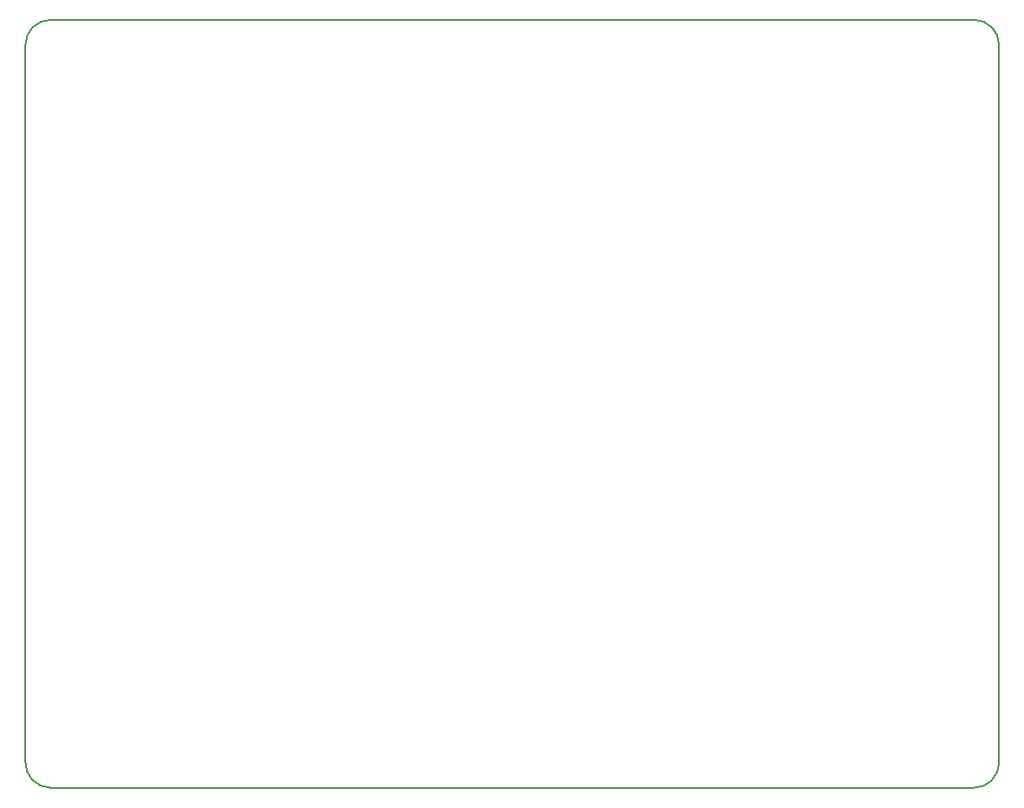
<source format=gbr>
%TF.GenerationSoftware,KiCad,Pcbnew,8.0.3*%
%TF.CreationDate,2024-07-01T09:31:08+02:00*%
%TF.ProjectId,Q17-Mini,5131372d-4d69-46e6-992e-6b696361645f,3.0.1*%
%TF.SameCoordinates,Original*%
%TF.FileFunction,Profile,NP*%
%FSLAX46Y46*%
G04 Gerber Fmt 4.6, Leading zero omitted, Abs format (unit mm)*
G04 Created by KiCad (PCBNEW 8.0.3) date 2024-07-01 09:31:08*
%MOMM*%
%LPD*%
G01*
G04 APERTURE LIST*
%TA.AperFunction,Profile*%
%ADD10C,0.200000*%
%TD*%
G04 APERTURE END LIST*
D10*
X194806412Y-57518381D02*
X194806634Y-127615543D01*
X99811698Y-57512454D02*
G75*
G02*
X102261697Y-55062498I2450002J-46D01*
G01*
X194806634Y-127615543D02*
G75*
G02*
X192356635Y-130065534I-2450034J43D01*
G01*
X192366412Y-55068383D02*
G75*
G02*
X194806437Y-57518381I-10012J-2450017D01*
G01*
X102261697Y-55062455D02*
X192366412Y-55068383D01*
X102258328Y-130064239D02*
G75*
G02*
X99809777Y-127528026I-28J2450039D01*
G01*
X102258328Y-130064239D02*
X192356635Y-130065542D01*
X99811698Y-57512454D02*
X99809850Y-127528029D01*
M02*

</source>
